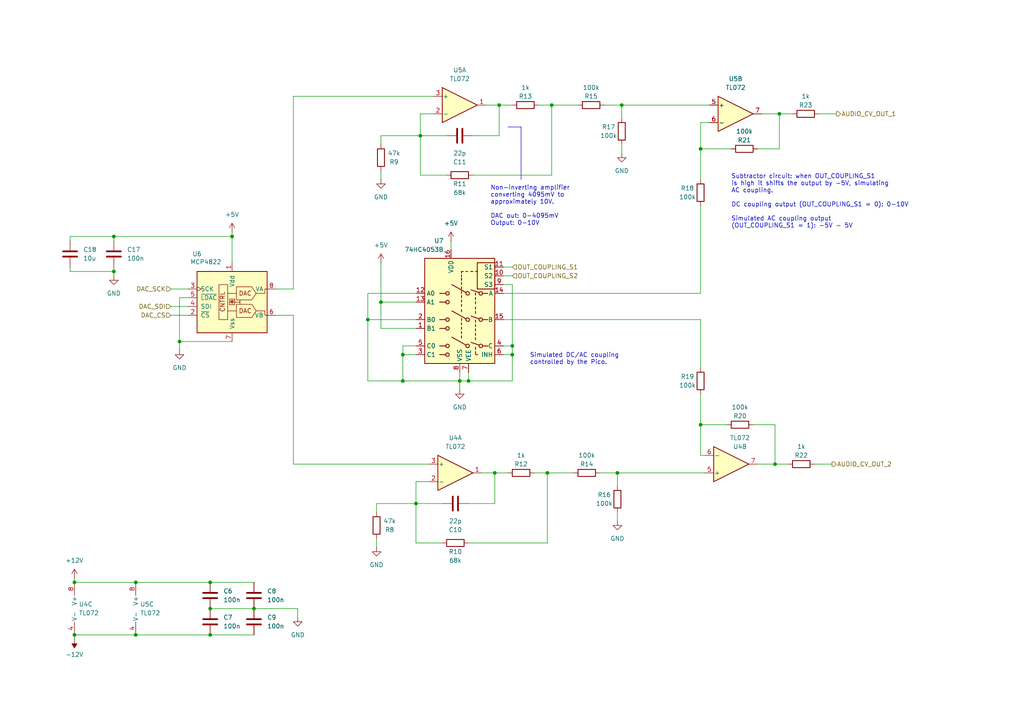
<source format=kicad_sch>
(kicad_sch (version 20250114) (generator "eeschema") (generator_version "9.0")
  (paper "A4")
  (lib_symbols
    (symbol "+5V_1" (power) (pin_numbers (hide yes)) (pin_names (offset 0) (hide yes))
      (property "Value" "+5V" (at 0 3.556 0))
      (symbol "+5V_1_0_1"
        (polyline (pts (xy -0.762 1.27) (xy 0 2.54)))
        (polyline (pts (xy 0 2.54) (xy 0.762 1.27)))
        (polyline (pts (xy 0 0) (xy 0 2.54)))
      )
      (symbol "+5V_1_1_1"
        (pin power_in line (at 0 0 90) (length 0) (name "~") (number "1"))
      )
    )
    (symbol "Amplifier_Operational:TL072" (pin_names (offset 0.127))
      (property "Reference" "U" (at 0 5.08 0))
      (property "Value" "TL072" (at 0 -5.08 0))
      (symbol "TL072_1_1"
        (polyline (pts (xy -5.08 5.08) (xy 5.08 0) (xy -5.08 -5.08) (xy -5.08 5.08)) (stroke (width 0.254)) (fill (type background)))
        (pin input line (at -7.62 2.54 0) (length 2.54) (name "+") (number "3"))
        (pin input line (at -7.62 -2.54 0) (length 2.54) (name "-") (number "2"))
        (pin output line (at 7.62 0 180) (length 2.54) (name "~") (number "1"))
      )
      (symbol "TL072_2_1"
        (polyline (pts (xy -5.08 5.08) (xy 5.08 0) (xy -5.08 -5.08) (xy -5.08 5.08)) (stroke (width 0.254)) (fill (type background)))
        (pin input line (at -7.62 2.54 0) (length 2.54) (name "+") (number "5"))
        (pin input line (at -7.62 -2.54 0) (length 2.54) (name "-") (number "6"))
        (pin output line (at 7.62 0 180) (length 2.54) (name "~") (number "7"))
      )
      (symbol "TL072_3_1"
        (pin power_in line (at -2.54 7.62 270) (length 3.81) (name "V+") (number "8"))
        (pin power_in line (at -2.54 -7.62 90) (length 3.81) (name "V-") (number "4"))
      )
    )
    (symbol "Analog_DAC:MCP4822" (pin_names (offset 1.016))
      (property "Reference" "U" (at -2.54 10.795 0))
      (property "Value" "MCP4822" (at -2.54 8.89 0))
      (symbol "MCP4822_0_0"
        (polyline (pts (xy 0 -0.889) (xy 0.508 -1.397) (xy -0.508 -1.397) (xy 0 -0.889)))
        (polyline (pts (xy 0 -1.778) (xy 0 -0.635)))
        (polyline (pts (xy 0.381 -0.889) (xy 0.508 -0.762)))
        (polyline (pts (xy 0.381 -0.889) (xy -0.381 -0.889) (xy -0.508 -1.016)))
        (rectangle (start 0.762 -0.381) (end -0.762 -2.032))
        (polyline (pts (xy 0.762 -1.27) (xy 2.286 -1.27) (xy 2.286 -0.762)))
        (polyline (pts (xy 2.286 -1.143) (xy 2.286 -1.905)))
        (polyline (pts (xy 6.985 1.27) (xy 9.525 1.27) (xy 9.525 2.54) (xy 10.16 2.54)))
        (polyline (pts (xy 6.985 -3.81) (xy 9.525 -3.81) (xy 9.525 -5.08) (xy 10.16 -5.08)))
        (text "CNTRL" (at -2.032 -4.191 900) (effects (font (size 1.27 1.27)) (justify left bottom)))
        (text "DAC" (at 3.81 1.27 0) (effects (font (size 1.27 1.27))))
        (text "DAC" (at 3.81 -3.81 0) (effects (font (size 1.27 1.27))))
      )
      (symbol "MCP4822_0_1"
        (rectangle (start -10.16 7.62) (end 10.16 -10.16) (stroke (width 0.254)) (fill (type background)))
        (rectangle (start -1.27 -6.35) (end -3.81 3.81))
        (polyline (pts (xy 1.27 1.27) (xy -1.27 1.27)))
        (polyline (pts (xy 1.27 -3.81) (xy -1.27 -3.81)))
        (polyline (pts (xy 6.985 1.27) (xy 5.715 3.175) (xy 1.27 3.175) (xy 1.27 -0.635) (xy 5.715 -0.635) (xy 6.985 1.27)))
        (polyline (pts (xy 6.985 -3.81) (xy 5.715 -1.905) (xy 1.27 -1.905) (xy 1.27 -5.715) (xy 5.715 -5.715) (xy 6.985 -3.81)))
      )
      (symbol "MCP4822_1_1"
        (pin input clock (at -12.7 2.54 0) (length 2.54) (name "SCK") (number "3"))
        (pin input line (at -12.7 0 0) (length 2.54) (name "~{LDAC}") (number "5"))
        (pin input line (at -12.7 -2.54 0) (length 2.54) (name "SDI") (number "4"))
        (pin input line (at -12.7 -5.08 0) (length 2.54) (name "~{CS}") (number "2"))
        (pin power_in line (at 0 10.16 270) (length 2.54) (name "Vdd") (number "1"))
        (pin power_in line (at 0 -12.7 90) (length 2.54) (name "Vss") (number "7"))
        (pin output line (at 12.7 2.54 180) (length 2.54) (name "VA") (number "8"))
        (pin output line (at 12.7 -5.08 180) (length 2.54) (name "VB") (number "6"))
      )
    )
    (symbol "Analog_Switch:CD4053B"
      (property "Reference" "U" (at -10.16 16.51 0))
      (property "Value" "CD4053B" (at 3.81 16.51 0))
      (symbol "CD4053B_0_1"
        (rectangle (start -10.16 15.24) (end 10.16 -15.24) (stroke (width 0.254)) (fill (type background)))
        (rectangle (start -10.16 6.35) (end -5.08 13.97) (stroke (width 0.254)))
        (polyline (pts (xy -8.128 5.08) (xy -6.604 5.08)) (stroke (width 0.254)))
        (polyline (pts (xy -8.128 -2.54) (xy -6.604 -2.54)) (stroke (width 0.254)))
        (polyline (pts (xy -8.128 -10.16) (xy -6.604 -10.16)) (stroke (width 0.254)))
        (circle (center -6.096 5.08) (radius 0.508) (stroke (width 0.254)))
        (circle (center -6.096 -2.54) (radius 0.508) (stroke (width 0.254)))
        (circle (center -6.096 -10.16) (radius 0.508) (stroke (width 0.254)))
        (polyline (pts (xy -5.588 5.334) (xy -3.302 6.096)) (stroke (width 0.254)))
        (polyline (pts (xy -5.588 -2.286) (xy -3.302 -1.524)) (stroke (width 0.254)))
        (polyline (pts (xy -5.588 -9.906) (xy -3.302 -9.144)) (stroke (width 0.254)))
        (polyline (pts (xy -4.572 11.43) (xy -5.08 11.43)) (stroke (width 0.254)))
        (polyline (pts (xy -4.572 4.572) (xy -4.572 5.207)) (stroke (width 0.254)))
        (polyline (pts (xy -4.572 3.302) (xy -4.572 3.937)) (stroke (width 0.254)))
        (polyline (pts (xy -4.572 2.032) (xy -4.572 2.667)) (stroke (width 0.254)))
        (polyline (pts (xy -4.572 0.508) (xy -4.572 1.143)) (stroke (width 0.254)))
        (polyline (pts (xy -4.572 -0.762) (xy -4.572 -0.127)) (stroke (width 0.254)))
        (polyline (pts (xy -4.572 -3.302) (xy -4.572 -2.667)) (stroke (width 0.254)))
        (polyline (pts (xy -4.572 -4.572) (xy -4.572 -3.937)) (stroke (width 0.254)))
        (polyline (pts (xy -4.572 -5.842) (xy -4.572 -5.207)) (stroke (width 0.254)))
        (polyline (pts (xy -4.572 -7.112) (xy -4.572 -6.477)) (stroke (width 0.254)))
        (polyline (pts (xy -4.572 -8.382) (xy -4.572 -7.747)) (stroke (width 0.254)))
        (polyline (pts (xy -4.572 -11.176) (xy -4.572 -10.541)) (stroke (width 0.254)))
        (polyline (pts (xy -4.572 -12.446) (xy -4.572 -11.811)) (stroke (width 0.254)))
        (polyline (pts (xy -4.572 -12.7) (xy -5.207 -12.7)) (stroke (width 0.254)))
        (polyline (pts (xy -3.81 11.43) (xy -3.175 11.43)) (stroke (width 0.254)))
        (circle (center -2.286 5.08) (radius 0.508) (stroke (width 0.254)))
        (circle (center -2.286 -2.54) (radius 0.508) (stroke (width 0.254)))
        (circle (center -2.286 -10.16) (radius 0.508) (stroke (width 0.254)))
        (polyline (pts (xy -1.778 11.43) (xy -2.286 11.43)) (stroke (width 0.254)))
        (polyline (pts (xy -1.778 5.334) (xy 2.286 7.62)) (stroke (width 0.254)))
        (polyline (pts (xy -1.778 -2.286) (xy 2.286 0)) (stroke (width 0.254)))
        (polyline (pts (xy -1.778 -9.906) (xy 2.286 -7.62)) (stroke (width 0.254)))
        (polyline (pts (xy -0.508 11.43) (xy -1.016 11.43)) (stroke (width 0.254)))
        (polyline (pts (xy -0.508 10.922) (xy -0.508 11.43)) (stroke (width 0.254)))
        (polyline (pts (xy -0.508 9.906) (xy -0.508 10.414)) (stroke (width 0.254)))
        (polyline (pts (xy -0.508 8.89) (xy -0.508 9.525)) (stroke (width 0.254)))
        (polyline (pts (xy -0.508 8.89) (xy -0.508 9.398)) (stroke (width 0.254)))
        (polyline (pts (xy -0.508 7.62) (xy -0.508 8.255)) (stroke (width 0.254)))
        (polyline (pts (xy -0.508 6.35) (xy -0.508 6.985)) (stroke (width 0.254)))
        (polyline (pts (xy -0.508 5.08) (xy -0.508 5.715)) (stroke (width 0.254)))
        (polyline (pts (xy -0.508 3.81) (xy -0.508 4.445)) (stroke (width 0.254)))
        (polyline (pts (xy -0.508 2.54) (xy -0.508 3.175)) (stroke (width 0.254)))
        (polyline (pts (xy -0.508 1.27) (xy -0.508 1.905)) (stroke (width 0.254)))
        (polyline (pts (xy -0.508 -0.254) (xy -0.508 0.381)) (stroke (width 0.254)))
        (polyline (pts (xy -0.508 -2.794) (xy -0.508 -2.159)) (stroke (width 0.254)))
        (polyline (pts (xy -0.508 -4.064) (xy -0.508 -3.429)) (stroke (width 0.254)))
        (polyline (pts (xy -0.508 -5.334) (xy -0.508 -4.699)) (stroke (width 0.254)))
        (polyline (pts (xy -0.508 -6.604) (xy -0.508 -5.969)) (stroke (width 0.254)))
        (polyline (pts (xy -0.508 -7.874) (xy -0.508 -7.239)) (stroke (width 0.254)))
        (circle (center 3.556 5.08) (radius 0.508) (stroke (width 0.254)))
        (circle (center 3.556 2.54) (radius 0.508) (stroke (width 0.254)))
        (circle (center 3.556 -2.54) (radius 0.508) (stroke (width 0.254)))
        (circle (center 3.556 -5.08) (radius 0.508) (stroke (width 0.254)))
        (circle (center 3.556 -10.16) (radius 0.508) (stroke (width 0.254)))
        (circle (center 3.556 -12.7) (radius 0.508) (stroke (width 0.254)))
        (polyline (pts (xy 4.064 5.08) (xy 5.842 5.08)) (stroke (width 0.254)))
        (polyline (pts (xy 4.064 2.54) (xy 5.842 2.54)) (stroke (width 0.254)))
        (polyline (pts (xy 4.064 -2.54) (xy 5.842 -2.54)) (stroke (width 0.254)))
        (polyline (pts (xy 4.064 -5.08) (xy 5.842 -5.08)) (stroke (width 0.254)))
        (polyline (pts (xy 4.064 -10.16) (xy 5.842 -10.16)) (stroke (width 0.254)))
        (polyline (pts (xy 4.064 -12.7) (xy 5.842 -12.7)) (stroke (width 0.254)))
      )
      (symbol "CD4053B_1_1"
        (pin input line (at -12.7 12.7 0) (length 2.54) (name "S1") (number "11"))
        (pin input line (at -12.7 10.16 0) (length 2.54) (name "S2") (number "10"))
        (pin input line (at -12.7 7.62 0) (length 2.54) (name "S3") (number "9"))
        (pin bidirectional line (at -12.7 5.08 0) (length 2.54) (name "A") (number "14"))
        (pin bidirectional line (at -12.7 -2.54 0) (length 2.54) (name "B") (number "15"))
        (pin bidirectional line (at -12.7 -10.16 0) (length 2.54) (name "C") (number "4"))
        (pin input line (at -12.7 -12.7 0) (length 2.54) (name "INH") (number "6"))
        (pin power_in line (at -2.54 -17.78 90) (length 2.54) (name "VEE") (number "7"))
        (pin power_in line (at 0 -17.78 90) (length 2.54) (name "VSS") (number "8"))
        (pin power_in line (at 2.54 17.78 270) (length 2.54) (name "VDD") (number "16"))
        (pin bidirectional line (at 12.7 5.08 180) (length 2.54) (name "A0") (number "12"))
        (pin bidirectional line (at 12.7 2.54 180) (length 2.54) (name "A1") (number "13"))
        (pin bidirectional line (at 12.7 -2.54 180) (length 2.54) (name "B0") (number "2"))
        (pin bidirectional line (at 12.7 -5.08 180) (length 2.54) (name "B1") (number "1"))
        (pin bidirectional line (at 12.7 -10.16 180) (length 2.54) (name "C0") (number "5"))
        (pin bidirectional line (at 12.7 -12.7 180) (length 2.54) (name "C1") (number "3"))
      )
    )
    (symbol "Device:C" (pin_numbers (hide yes)) (pin_names (offset 0.254))
      (property "Reference" "C" (at 0.635 2.54 0))
      (property "Value" "C" (at 0.635 -2.54 0))
      (symbol "C_0_1"
        (polyline (pts (xy -2.032 0.762) (xy 2.032 0.762)) (stroke (width 0.508)))
        (polyline (pts (xy -2.032 -0.762) (xy 2.032 -0.762)) (stroke (width 0.508)))
      )
      (symbol "C_1_1"
        (pin passive line (at 0 3.81 270) (length 2.794) (name "~") (number "1"))
        (pin passive line (at 0 -3.81 90) (length 2.794) (name "~") (number "2"))
      )
    )
    (symbol "Device:R" (pin_numbers (hide yes)) (pin_names (offset 0))
      (property "Reference" "R" (at 2.032 0 90))
      (property "Value" "R" (at 0 0 90))
      (symbol "R_0_1"
        (rectangle (start -1.016 -2.54) (end 1.016 2.54) (stroke (width 0.254)))
      )
      (symbol "R_1_1"
        (pin passive line (at 0 3.81 270) (length 1.27) (name "~") (number "1"))
        (pin passive line (at 0 -3.81 90) (length 1.27) (name "~") (number "2"))
      )
    )
    (symbol "power:+12V" (power) (pin_numbers (hide yes)) (pin_names (offset 0) (hide yes))
      (property "Value" "+12V" (at 0 3.556 0))
      (symbol "+12V_0_1"
        (polyline (pts (xy -0.762 1.27) (xy 0 2.54)))
        (polyline (pts (xy 0 2.54) (xy 0.762 1.27)))
        (polyline (pts (xy 0 0) (xy 0 2.54)))
      )
      (symbol "+12V_1_1"
        (pin power_in line (at 0 0 90) (length 0) (name "~") (number "1"))
      )
    )
    (symbol "power:-12V" (power) (pin_numbers (hide yes)) (pin_names (offset 0) (hide yes))
      (property "Value" "-12V" (at 0 3.556 0))
      (symbol "-12V_0_0"
        (pin power_in line (at 0 0 90) (length 0) (name "~") (number "1"))
      )
      (symbol "-12V_0_1"
        (polyline (pts (xy 0 0) (xy 0 1.27) (xy 0.762 1.27) (xy 0 2.54) (xy -0.762 1.27) (xy 0 1.27)) (fill (type outline)))
      )
    )
    (symbol "power:GND" (power) (pin_numbers (hide yes)) (pin_names (offset 0) (hide yes))
      (property "Value" "GND" (at 0 -3.81 0))
      (symbol "GND_0_1"
        (polyline (pts (xy 0 0) (xy 0 -1.27) (xy 1.27 -1.27) (xy 0 -2.54) (xy -1.27 -1.27) (xy 0 -1.27)))
      )
      (symbol "GND_1_1"
        (pin power_in line (at 0 0 270) (length 0) (name "~") (number "1"))
      )
    )
  )
  (text "Simulated DC/AC coupling \ncontrolled by the Pico." (at 153.67 104.14 0) (effects (font (size 1.27 1.27)) (justify left)))
  (text "Subtractor circuit: when OUT_COUPLING_S1\nis high it shifts the output by -5V, simulating\nAC coupling.\n\nDC coupling output (OUT_COUPLING_S1 = 0): 0-10V\n\nSimulated AC coupling output \n(OUT_COUPLING_S1 = 1): -5V - 5V" (at 212.09 58.42 0) (effects (font (size 1.27 1.27)) (justify left)))
  (text "Non-inverting amplifier \nconverting 4095mV to \napproximately 10V. \n\nDAC out: 0-4095mV\nOutput: 0-10V" (at 142.24 59.69 0) (effects (font (size 1.27 1.27)) (justify left)))
  (junction (at 133.35 110.49))
  (junction (at 21.59 184.15))
  (junction (at 52.07 99.06))
  (junction (at 203.2 43.18))
  (junction (at 39.37 168.91))
  (junction (at 106.68 92.71))
  (junction (at 158.75 137.16))
  (junction (at 21.59 168.91))
  (junction (at 135.89 110.49))
  (junction (at 148.59 102.87))
  (junction (at 148.59 100.33))
  (junction (at 226.06 33.02))
  (junction (at 60.96 184.15))
  (junction (at 121.92 39.37))
  (junction (at 39.37 184.15))
  (junction (at 144.78 30.48))
  (junction (at 143.51 137.16))
  (junction (at 73.66 176.53))
  (junction (at 60.96 176.53))
  (junction (at 60.96 168.91))
  (junction (at 120.65 146.05))
  (junction (at 224.79 134.62))
  (junction (at 116.84 102.87))
  (junction (at 33.02 68.58))
  (junction (at 116.84 110.49))
  (junction (at 179.07 137.16))
  (junction (at 67.31 68.58))
  (junction (at 33.02 78.74))
  (junction (at 160.02 30.48))
  (junction (at 203.2 123.19))
  (junction (at 110.49 87.63))
  (junction (at 180.34 30.48))
  (wire (pts (xy 203.2 114.3) (xy 203.2 123.19)))
  (wire (pts (xy 148.59 77.47) (xy 146.05 77.47)))
  (wire (pts (xy 60.96 176.53) (xy 73.66 176.53)))
  (wire (pts (xy 52.07 86.36) (xy 52.07 99.06)))
  (wire (pts (xy 116.84 102.87) (xy 116.84 100.33)))
  (wire (pts (xy 125.73 33.02) (xy 121.92 33.02)))
  (wire (pts (xy 148.59 80.01) (xy 146.05 80.01)))
  (wire (pts (xy 146.05 85.09) (xy 203.2 85.09)))
  (wire (pts (xy 205.74 35.56) (xy 203.2 35.56)))
  (wire (pts (xy 210.82 123.19) (xy 203.2 123.19)))
  (wire (pts (xy 49.53 88.9) (xy 54.61 88.9)))
  (wire (pts (xy 60.96 184.15) (xy 73.66 184.15)))
  (wire (pts (xy 135.89 157.48) (xy 158.75 157.48)))
  (wire (pts (xy 203.2 132.08) (xy 204.47 132.08)))
  (wire (pts (xy 116.84 100.33) (xy 120.65 100.33)))
  (wire (pts (xy 180.34 30.48) (xy 205.74 30.48)))
  (wire (pts (xy 203.2 43.18) (xy 212.09 43.18)))
  (wire (pts (xy 120.65 85.09) (xy 106.68 85.09)))
  (wire (pts (xy 67.31 68.58) (xy 67.31 76.2)))
  (wire (pts (xy 203.2 123.19) (xy 203.2 132.08)))
  (wire (pts (xy 137.16 39.37) (xy 144.78 39.37)))
  (wire (pts (xy 226.06 43.18) (xy 219.71 43.18)))
  (wire (pts (xy 121.92 39.37) (xy 129.54 39.37)))
  (wire (pts (xy 203.2 92.71) (xy 203.2 106.68)))
  (wire (pts (xy 133.35 107.95) (xy 133.35 110.49)))
  (wire (pts (xy 120.65 92.71) (xy 106.68 92.71)))
  (wire (pts (xy 219.71 134.62) (xy 224.79 134.62)))
  (wire (pts (xy 148.59 100.33) (xy 148.59 102.87)))
  (wire (pts (xy 110.49 49.53) (xy 110.49 52.07)))
  (wire (pts (xy 110.49 41.91) (xy 110.49 39.37)))
  (wire (pts (xy 106.68 85.09) (xy 106.68 92.71)))
  (polyline (pts (xy 147.32 36.83) (xy 151.13 36.83)))
  (wire (pts (xy 110.49 39.37) (xy 121.92 39.37)))
  (wire (pts (xy 179.07 151.13) (xy 179.07 148.59)))
  (wire (pts (xy 33.02 69.85) (xy 33.02 68.58)))
  (wire (pts (xy 130.81 69.85) (xy 130.81 72.39)))
  (wire (pts (xy 175.26 30.48) (xy 180.34 30.48)))
  (wire (pts (xy 226.06 33.02) (xy 226.06 43.18)))
  (wire (pts (xy 20.32 78.74) (xy 33.02 78.74)))
  (wire (pts (xy 140.97 30.48) (xy 144.78 30.48)))
  (wire (pts (xy 49.53 83.82) (xy 54.61 83.82)))
  (wire (pts (xy 156.21 30.48) (xy 160.02 30.48)))
  (wire (pts (xy 121.92 50.8) (xy 121.92 39.37)))
  (wire (pts (xy 110.49 95.25) (xy 120.65 95.25)))
  (wire (pts (xy 52.07 101.6) (xy 52.07 99.06)))
  (wire (pts (xy 179.07 137.16) (xy 204.47 137.16)))
  (wire (pts (xy 80.01 91.44) (xy 85.09 91.44)))
  (wire (pts (xy 180.34 44.45) (xy 180.34 41.91)))
  (wire (pts (xy 110.49 87.63) (xy 120.65 87.63)))
  (wire (pts (xy 54.61 86.36) (xy 52.07 86.36)))
  (wire (pts (xy 241.3 134.62) (xy 236.22 134.62)))
  (wire (pts (xy 203.2 35.56) (xy 203.2 43.18)))
  (wire (pts (xy 135.89 107.95) (xy 135.89 110.49)))
  (wire (pts (xy 160.02 30.48) (xy 167.64 30.48)))
  (wire (pts (xy 128.27 157.48) (xy 120.65 157.48)))
  (wire (pts (xy 124.46 139.7) (xy 120.65 139.7)))
  (wire (pts (xy 86.36 179.07) (xy 86.36 176.53)))
  (wire (pts (xy 133.35 110.49) (xy 133.35 113.03)))
  (wire (pts (xy 203.2 43.18) (xy 203.2 52.07)))
  (wire (pts (xy 21.59 185.42) (xy 21.59 184.15)))
  (wire (pts (xy 21.59 168.91) (xy 39.37 168.91)))
  (wire (pts (xy 148.59 110.49) (xy 148.59 102.87)))
  (wire (pts (xy 144.78 30.48) (xy 148.59 30.48)))
  (wire (pts (xy 203.2 85.09) (xy 203.2 59.69)))
  (wire (pts (xy 60.96 168.91) (xy 73.66 168.91)))
  (wire (pts (xy 85.09 27.94) (xy 85.09 83.82)))
  (wire (pts (xy 146.05 100.33) (xy 148.59 100.33)))
  (wire (pts (xy 143.51 146.05) (xy 143.51 137.16)))
  (wire (pts (xy 20.32 77.47) (xy 20.32 78.74)))
  (wire (pts (xy 86.36 176.53) (xy 73.66 176.53)))
  (wire (pts (xy 146.05 82.55) (xy 148.59 82.55)))
  (wire (pts (xy 39.37 168.91) (xy 60.96 168.91)))
  (wire (pts (xy 173.99 137.16) (xy 179.07 137.16)))
  (polyline (pts (xy 151.13 52.07) (xy 151.13 36.83)))
  (wire (pts (xy 110.49 87.63) (xy 110.49 95.25)))
  (wire (pts (xy 85.09 134.62) (xy 124.46 134.62)))
  (wire (pts (xy 33.02 78.74) (xy 33.02 77.47)))
  (wire (pts (xy 33.02 68.58) (xy 67.31 68.58)))
  (wire (pts (xy 21.59 167.64) (xy 21.59 168.91)))
  (wire (pts (xy 116.84 110.49) (xy 116.84 102.87)))
  (wire (pts (xy 242.57 33.02) (xy 237.49 33.02)))
  (wire (pts (xy 146.05 92.71) (xy 203.2 92.71)))
  (wire (pts (xy 110.49 76.2) (xy 110.49 87.63)))
  (wire (pts (xy 179.07 137.16) (xy 179.07 140.97)))
  (wire (pts (xy 106.68 110.49) (xy 116.84 110.49)))
  (wire (pts (xy 158.75 137.16) (xy 166.37 137.16)))
  (wire (pts (xy 33.02 80.01) (xy 33.02 78.74)))
  (wire (pts (xy 180.34 30.48) (xy 180.34 34.29)))
  (wire (pts (xy 224.79 123.19) (xy 224.79 134.62)))
  (wire (pts (xy 158.75 157.48) (xy 158.75 137.16)))
  (wire (pts (xy 109.22 146.05) (xy 120.65 146.05)))
  (wire (pts (xy 129.54 50.8) (xy 121.92 50.8)))
  (wire (pts (xy 120.65 139.7) (xy 120.65 146.05)))
  (wire (pts (xy 85.09 83.82) (xy 80.01 83.82)))
  (wire (pts (xy 120.65 146.05) (xy 128.27 146.05)))
  (wire (pts (xy 106.68 92.71) (xy 106.68 110.49)))
  (wire (pts (xy 135.89 146.05) (xy 143.51 146.05)))
  (wire (pts (xy 120.65 157.48) (xy 120.65 146.05)))
  (wire (pts (xy 133.35 110.49) (xy 116.84 110.49)))
  (wire (pts (xy 133.35 110.49) (xy 135.89 110.49)))
  (wire (pts (xy 154.94 137.16) (xy 158.75 137.16)))
  (wire (pts (xy 220.98 33.02) (xy 226.06 33.02)))
  (wire (pts (xy 135.89 110.49) (xy 148.59 110.49)))
  (wire (pts (xy 39.37 184.15) (xy 60.96 184.15)))
  (wire (pts (xy 85.09 91.44) (xy 85.09 134.62)))
  (wire (pts (xy 226.06 33.02) (xy 229.87 33.02)))
  (wire (pts (xy 160.02 50.8) (xy 160.02 30.48)))
  (wire (pts (xy 224.79 134.62) (xy 228.6 134.62)))
  (wire (pts (xy 109.22 148.59) (xy 109.22 146.05)))
  (wire (pts (xy 20.32 69.85) (xy 20.32 68.58)))
  (wire (pts (xy 139.7 137.16) (xy 143.51 137.16)))
  (wire (pts (xy 120.65 102.87) (xy 116.84 102.87)))
  (wire (pts (xy 52.07 99.06) (xy 67.31 99.06)))
  (wire (pts (xy 49.53 91.44) (xy 54.61 91.44)))
  (wire (pts (xy 218.44 123.19) (xy 224.79 123.19)))
  (wire (pts (xy 121.92 33.02) (xy 121.92 39.37)))
  (wire (pts (xy 109.22 156.21) (xy 109.22 158.75)))
  (wire (pts (xy 21.59 184.15) (xy 39.37 184.15)))
  (wire (pts (xy 148.59 102.87) (xy 146.05 102.87)))
  (wire (pts (xy 125.73 27.94) (xy 85.09 27.94)))
  (wire (pts (xy 67.31 67.31) (xy 67.31 68.58)))
  (wire (pts (xy 143.51 137.16) (xy 147.32 137.16)))
  (wire (pts (xy 20.32 68.58) (xy 33.02 68.58)))
  (wire (pts (xy 144.78 39.37) (xy 144.78 30.48)))
  (wire (pts (xy 137.16 50.8) (xy 160.02 50.8)))
  (wire (pts (xy 148.59 82.55) (xy 148.59 100.33)))
  (hierarchical_label "DAC_SCK" (shape input) (at 49.53 83.82 180))
  (hierarchical_label "OUT_COUPLING_S2" (shape input) (at 148.59 80.01 0))
  (hierarchical_label "OUT_COUPLING_S1" (shape input) (at 148.59 77.47 0))
  (hierarchical_label "AUDIO_CV_OUT_1" (shape output) (at 242.57 33.02 0))
  (hierarchical_label "DAC_SDI" (shape input) (at 49.53 88.9 180))
  (hierarchical_label "AUDIO_CV_OUT_2" (shape output) (at 241.3 134.62 0))
  (hierarchical_label "DAC_CS" (shape input) (at 49.53 91.44 180))
  (symbol (lib_id "Device:R") (at 203.2 55.88 0) (mirror x) (unit 1)
    (property "Reference" "R18" (at 199.39 54.61 0))
    (property "Value" "100k" (at 199.39 57.15 0))
    (property "Footprint" "Resistor_SMD:R_0603_1608Metric" (effects (hide yes)))
    (property "LCSC" "C25803" (effects (hide yes)))
    (property "Vendor" "JLCPCB" (effects (hide yes)))
    (property "CHECKED" "YES" (effects (hide yes)))
  )
  (symbol (lib_id "power:GND") (at 179.07 151.13 0) (unit 1)
    (property "Reference" "#PWR043" (effects (hide yes)))
    (property "Value" "GND" (at 179.07 156.21 0))
    (property "Description" "Power symbol creates a global label with name \"GND\" , ground" (effects (hide yes)))
  )
  (symbol (lib_id "Device:C") (at 20.32 73.66 0) (unit 1)
    (property "Reference" "C18" (at 24.13 72.3899 0) (effects (justify left)))
    (property "Value" "10u" (at 24.13 74.9299 0) (effects (justify left)))
    (property "Footprint" "Capacitor_SMD:C_0603_1608Metric" (effects (hide yes)))
    (property "LCSC" "C19702" (effects (hide yes)))
    (property "Vendor" "JLCPCB" (effects (hide yes)))
    (property "CHECKED" "YES" (effects (hide yes)))
  )
  (symbol (lib_id "Amplifier_Operational:TL072") (at 213.36 33.02 0) (unit 2)
    (property "Reference" "U5" (at 213.36 22.86 0))
    (property "Value" "TL072" (at 213.36 25.4 0))
    (property "Footprint" "Package_SO:SOIC-8_3.9x4.9mm_P1.27mm" (effects (hide yes)))
    (property "Datasheet" "http://www.ti.com/lit/ds/symlink/tl071.pdf" (effects (hide yes)))
    (property "Description" "Dual Low-Noise JFET-Input Operational Amplifiers, DIP-8/SOIC-8" (effects (hide yes)))
    (property "LCSC" "C6961" (effects (hide yes)))
    (property "Vendor" "JLCPCB" (effects (hide yes)))
    (property "CHECKED" "YES" (effects (hide yes)))
  )
  (symbol (lib_id "Device:C") (at 60.96 172.72 0) (unit 1)
    (property "Reference" "C6" (at 64.77 171.45 0) (effects (justify left)))
    (property "Value" "100n" (at 64.77 173.99 0) (effects (justify left)))
    (property "Footprint" "Capacitor_SMD:C_0603_1608Metric" (effects (hide yes)))
    (property "LCSC" "C14663" (effects (hide yes)))
    (property "Vendor" "JLCPCB" (effects (hide yes)))
    (property "CHECKED" "YES" (effects (hide yes)))
  )
  (symbol (lib_id "Device:R") (at 179.07 144.78 0) (mirror x) (unit 1)
    (property "Reference" "R16" (at 175.26 143.51 0))
    (property "Value" "100k" (at 175.26 146.05 0))
    (property "Footprint" "Resistor_SMD:R_0603_1608Metric" (effects (hide yes)))
    (property "LCSC" "C25803" (effects (hide yes)))
    (property "Vendor" "JLCPCB" (effects (hide yes)))
    (property "CHECKED" "YES" (effects (hide yes)))
  )
  (symbol (lib_id "power:GND") (at 133.35 113.03 0) (unit 1)
    (property "Reference" "#PWR049" (effects (hide yes)))
    (property "Value" "GND" (at 133.35 118.11 0))
    (property "Description" "Power symbol creates a global label with name \"GND\" , ground" (effects (hide yes)))
  )
  (symbol (lib_id "Amplifier_Operational:TL072") (at 212.09 134.62 0) (mirror x) (unit 2)
    (property "Reference" "U4" (at 214.63 129.54 0))
    (property "Value" "TL072" (at 214.63 127 0))
    (property "Footprint" "Package_SO:SOIC-8_3.9x4.9mm_P1.27mm" (effects (hide yes)))
    (property "Datasheet" "http://www.ti.com/lit/ds/symlink/tl071.pdf" (effects (hide yes)))
    (property "Description" "Dual Low-Noise JFET-Input Operational Amplifiers, DIP-8/SOIC-8" (effects (hide yes)))
    (property "LCSC" "C6961" (effects (hide yes)))
    (property "Vendor" "JLCPCB" (effects (hide yes)))
    (property "CHECKED" "YES" (effects (hide yes)))
  )
  (symbol (lib_id "Amplifier_Operational:TL072") (at 41.91 176.53 0) (unit 3)
    (property "Reference" "U5" (at 40.64 175.2599 0) (effects (justify left)))
    (property "Value" "TL072" (at 40.64 177.7999 0) (effects (justify left)))
    (property "Footprint" "Package_SO:SOIC-8_3.9x4.9mm_P1.27mm" (effects (hide yes)))
    (property "Datasheet" "http://www.ti.com/lit/ds/symlink/tl071.pdf" (effects (hide yes)))
    (property "Description" "Dual Low-Noise JFET-Input Operational Amplifiers, DIP-8/SOIC-8" (effects (hide yes)))
    (property "LCSC" "C6961" (effects (hide yes)))
    (property "Vendor" "JLCPCB" (effects (hide yes)))
    (property "CHECKED" "YES" (effects (hide yes)))
  )
  (symbol (lib_id "Device:R") (at 171.45 30.48 90) (mirror x) (unit 1)
    (property "Reference" "R15" (at 171.45 27.94 90))
    (property "Value" "100k" (at 171.45 25.4 90))
    (property "Footprint" "Resistor_SMD:R_0603_1608Metric" (effects (hide yes)))
    (property "LCSC" "C25803" (effects (hide yes)))
    (property "Vendor" "JLCPCB" (effects (hide yes)))
    (property "CHECKED" "YES" (effects (hide yes)))
  )
  (symbol (lib_id "Analog_DAC:MCP4822") (at 67.31 86.36 0) (unit 1)
    (property "Reference" "U6" (at 57.15 73.66 0))
    (property "Value" "MCP4822" (at 59.69 75.9714 0))
    (property "Footprint" "Package_SO:SOIC-8_3.9x4.9mm_P1.27mm" (effects (hide yes)))
    (property "Datasheet" "http://ww1.microchip.com/downloads/en/DeviceDoc/20002249B.pdf" (effects (hide yes)))
    (property "Vendor" "JLCPCB" (effects (hide yes)))
    (property "LCSC" "C623653" (effects (hide yes)))
    (property "CHECKED" "YES" (effects (hide yes)))
  )
  (symbol (lib_id "Device:R") (at 110.49 45.72 180) (unit 1)
    (property "Reference" "R9" (at 114.3 46.99 0))
    (property "Value" "47k" (at 114.3 44.45 0))
    (property "Footprint" "Resistor_SMD:R_0603_1608Metric" (effects (hide yes)))
    (property "LCSC" "C25819" (effects (hide yes)))
    (property "Vendor" "JLCPCB" (effects (hide yes)))
    (property "CHECKED" "YES" (effects (hide yes)))
  )
  (symbol (lib_id "power:GND") (at 180.34 44.45 0) (unit 1)
    (property "Reference" "#PWR02" (effects (hide yes)))
    (property "Value" "GND" (at 180.34 49.53 0))
    (property "Description" "Power symbol creates a global label with name \"GND\" , ground" (effects (hide yes)))
  )
  (symbol (lib_id "Amplifier_Operational:TL072") (at 133.35 30.48 0) (unit 1)
    (property "Reference" "U5" (at 133.35 20.32 0))
    (property "Value" "TL072" (at 133.35 22.86 0))
    (property "Footprint" "Package_SO:SOIC-8_3.9x4.9mm_P1.27mm" (effects (hide yes)))
    (property "Datasheet" "http://www.ti.com/lit/ds/symlink/tl071.pdf" (effects (hide yes)))
    (property "Description" "Dual Low-Noise JFET-Input Operational Amplifiers, DIP-8/SOIC-8" (effects (hide yes)))
    (property "LCSC" "C6961" (effects (hide yes)))
    (property "Vendor" "JLCPCB" (effects (hide yes)))
    (property "CHECKED" "YES" (effects (hide yes)))
  )
  (symbol (lib_id "power:-12V") (at 21.59 185.42 180) (unit 1)
    (property "Reference" "#PWR040" (effects (hide yes)))
    (property "Value" "-12V" (at 21.59 189.865 0))
    (property "Description" "Power symbol creates a global label with name \"-12V\"" (effects (hide yes)))
  )
  (symbol (lib_id "Device:R") (at 151.13 137.16 90) (mirror x) (unit 1)
    (property "Reference" "R12" (at 151.13 134.62 90))
    (property "Value" "1k" (at 151.13 132.08 90))
    (property "Footprint" "Resistor_SMD:R_0603_1608Metric" (effects (hide yes)))
    (property "LCSC" "C21190" (effects (hide yes)))
    (property "Vendor" "JLCPCB" (effects (hide yes)))
    (property "CHECKED" "YES" (effects (hide yes)))
  )
  (symbol (lib_name "+5V_1") (lib_id "power:+5V") (at 67.31 67.31 0) (unit 1)
    (property "Reference" "#PWR042" (effects (hide yes)))
    (property "Value" "+5V" (at 67.31 62.23 0))
    (property "Description" "Power symbol creates a global label with name \"+5V\"" (effects (hide yes)))
  )
  (symbol (lib_id "Device:R") (at 232.41 134.62 90) (mirror x) (unit 1)
    (property "Reference" "R22" (at 232.41 132.08 90))
    (property "Value" "1k" (at 232.41 129.54 90))
    (property "Footprint" "Resistor_SMD:R_0603_1608Metric" (effects (hide yes)))
    (property "LCSC" "C21190" (effects (hide yes)))
    (property "Vendor" "JLCPCB" (effects (hide yes)))
    (property "CHECKED" "YES" (effects (hide yes)))
  )
  (symbol (lib_id "Device:R") (at 152.4 30.48 90) (mirror x) (unit 1)
    (property "Reference" "R13" (at 152.4 27.94 90))
    (property "Value" "1k" (at 152.4 25.4 90))
    (property "Footprint" "Resistor_SMD:R_0603_1608Metric" (effects (hide yes)))
    (property "LCSC" "C21190" (effects (hide yes)))
    (property "Vendor" "JLCPCB" (effects (hide yes)))
    (property "CHECKED" "YES" (effects (hide yes)))
  )
  (symbol (lib_id "Device:C") (at 133.35 39.37 90) (mirror x) (unit 1)
    (property "Reference" "C11" (at 133.35 46.99 90))
    (property "Value" "22p" (at 133.35 44.45 90))
    (property "Footprint" "Capacitor_SMD:C_0603_1608Metric" (effects (hide yes)))
    (property "LCSC" "C1653" (effects (hide yes)))
    (property "Vendor" "JLCPCB" (effects (hide yes)))
    (property "CHECKED" "YES" (effects (hide yes)))
  )
  (symbol (lib_id "Device:R") (at 132.08 157.48 90) (unit 1)
    (property "Reference" "R10" (at 132.08 160.02 90))
    (property "Value" "68k" (at 132.08 162.56 90))
    (property "Footprint" "Resistor_SMD:R_0603_1608Metric" (effects (hide yes)))
    (property "LCSC" "C23231" (effects (hide yes)))
    (property "Vendor" "JLCPCB" (effects (hide yes)))
    (property "CHECKED" "YES" (effects (hide yes)))
  )
  (symbol (lib_id "power:GND") (at 52.07 101.6 0) (unit 1)
    (property "Reference" "#PWR032" (effects (hide yes)))
    (property "Value" "GND" (at 52.07 106.68 0))
    (property "Description" "Power symbol creates a global label with name \"GND\" , ground" (effects (hide yes)))
  )
  (symbol (lib_id "Amplifier_Operational:TL072") (at 24.13 176.53 0) (unit 3)
    (property "Reference" "U4" (at 22.86 175.2599 0) (effects (justify left)))
    (property "Value" "TL072" (at 22.86 177.7999 0) (effects (justify left)))
    (property "Footprint" "Package_SO:SOIC-8_3.9x4.9mm_P1.27mm" (effects (hide yes)))
    (property "Datasheet" "http://www.ti.com/lit/ds/symlink/tl071.pdf" (effects (hide yes)))
    (property "Description" "Dual Low-Noise JFET-Input Operational Amplifiers, DIP-8/SOIC-8" (effects (hide yes)))
    (property "LCSC" "C6961" (effects (hide yes)))
    (property "Vendor" "JLCPCB" (effects (hide yes)))
    (property "CHECKED" "YES" (effects (hide yes)))
  )
  (symbol (lib_id "power:+12V") (at 21.59 167.64 0) (unit 1)
    (property "Reference" "#PWR039" (effects (hide yes)))
    (property "Value" "+12V" (at 21.59 162.56 0))
    (property "Description" "Power symbol creates a global label with name \"+12V\"" (effects (hide yes)))
  )
  (symbol (lib_id "Device:C") (at 33.02 73.66 0) (unit 1)
    (property "Reference" "C17" (at 36.83 72.39 0) (effects (justify left)))
    (property "Value" "100n" (at 36.83 74.93 0) (effects (justify left)))
    (property "Footprint" "Capacitor_SMD:C_0603_1608Metric" (effects (hide yes)))
    (property "LCSC" "C14663" (effects (hide yes)))
    (property "Vendor" "JLCPCB" (effects (hide yes)))
    (property "CHECKED" "YES" (effects (hide yes)))
  )
  (symbol (lib_id "Device:R") (at 133.35 50.8 90) (unit 1)
    (property "Reference" "R11" (at 133.35 53.34 90))
    (property "Value" "68k" (at 133.35 55.88 90))
    (property "Footprint" "Resistor_SMD:R_0603_1608Metric" (effects (hide yes)))
    (property "LCSC" "C23231" (effects (hide yes)))
    (property "Vendor" "JLCPCB" (effects (hide yes)))
    (property "CHECKED" "YES" (effects (hide yes)))
  )
  (symbol (lib_id "Device:R") (at 214.63 123.19 90) (mirror x) (unit 1)
    (property "Reference" "R20" (at 214.63 120.65 90))
    (property "Value" "100k" (at 214.63 118.11 90))
    (property "Footprint" "Resistor_SMD:R_0603_1608Metric" (effects (hide yes)))
    (property "LCSC" "C25803" (effects (hide yes)))
    (property "Vendor" "JLCPCB" (effects (hide yes)))
    (property "CHECKED" "YES" (effects (hide yes)))
  )
  (symbol (lib_id "Device:R") (at 203.2 110.49 0) (mirror x) (unit 1)
    (property "Reference" "R19" (at 199.39 109.22 0))
    (property "Value" "100k" (at 199.39 111.76 0))
    (property "Footprint" "Resistor_SMD:R_0603_1608Metric" (effects (hide yes)))
    (property "LCSC" "C25803" (effects (hide yes)))
    (property "Vendor" "JLCPCB" (effects (hide yes)))
    (property "CHECKED" "YES" (effects (hide yes)))
  )
  (symbol (lib_id "Device:R") (at 233.68 33.02 90) (mirror x) (unit 1)
    (property "Reference" "R23" (at 233.68 30.48 90))
    (property "Value" "1k" (at 233.68 27.94 90))
    (property "Footprint" "Resistor_SMD:R_0603_1608Metric" (effects (hide yes)))
    (property "LCSC" "C21190" (effects (hide yes)))
    (property "Vendor" "JLCPCB" (effects (hide yes)))
    (property "CHECKED" "YES" (effects (hide yes)))
  )
  (symbol (lib_id "Amplifier_Operational:TL072") (at 132.08 137.16 0) (unit 1)
    (property "Reference" "U4" (at 132.08 127 0))
    (property "Value" "TL072" (at 132.08 129.54 0))
    (property "Footprint" "Package_SO:SOIC-8_3.9x4.9mm_P1.27mm" (effects (hide yes)))
    (property "Datasheet" "http://www.ti.com/lit/ds/symlink/tl071.pdf" (effects (hide yes)))
    (property "Description" "Dual Low-Noise JFET-Input Operational Amplifiers, DIP-8/SOIC-8" (effects (hide yes)))
    (property "LCSC" "C6961" (effects (hide yes)))
    (property "Vendor" "JLCPCB" (effects (hide yes)))
    (property "CHECKED" "YES" (effects (hide yes)))
  )
  (symbol (lib_id "Device:R") (at 170.18 137.16 90) (mirror x) (unit 1)
    (property "Reference" "R14" (at 170.18 134.62 90))
    (property "Value" "100k" (at 170.18 132.08 90))
    (property "Footprint" "Resistor_SMD:R_0603_1608Metric" (effects (hide yes)))
    (property "LCSC" "C25803" (effects (hide yes)))
    (property "Vendor" "JLCPCB" (effects (hide yes)))
    (property "CHECKED" "YES" (effects (hide yes)))
  )
  (symbol (lib_id "Device:C") (at 73.66 172.72 0) (unit 1)
    (property "Reference" "C8" (at 77.47 171.45 0) (effects (justify left)))
    (property "Value" "100n" (at 77.47 173.99 0) (effects (justify left)))
    (property "Footprint" "Capacitor_SMD:C_0603_1608Metric" (effects (hide yes)))
    (property "LCSC" "C14663" (effects (hide yes)))
    (property "Vendor" "JLCPCB" (effects (hide yes)))
    (property "CHECKED" "YES" (effects (hide yes)))
  )
  (symbol (lib_name "+5V_1") (lib_id "power:+5V") (at 110.49 76.2 0) (mirror y) (unit 1)
    (property "Reference" "#PWR047" (effects (hide yes)))
    (property "Value" "+5V" (at 110.49 71.12 0))
    (property "Description" "Power symbol creates a global label with name \"+5V\"" (effects (hide yes)))
  )
  (symbol (lib_id "power:GND") (at 110.49 52.07 0) (unit 1)
    (property "Reference" "#PWR014" (effects (hide yes)))
    (property "Value" "GND" (at 110.49 57.15 0))
    (property "Description" "Power symbol creates a global label with name \"GND\" , ground" (effects (hide yes)))
  )
  (symbol (lib_id "Analog_Switch:CD4053B") (at 133.35 90.17 0) (mirror y) (unit 1)
    (property "Reference" "U7" (at 128.6667 69.85 0) (effects (justify left)))
    (property "Value" "74HC4053B" (at 128.6667 72.39 0) (effects (justify left)))
    (property "Footprint" "Package_SO:SOIC-16_3.9x9.9mm_P1.27mm" (effects (hide yes)))
    (property "Datasheet" "http://www.ti.com/lit/ds/symlink/cd4052b.pdf" (effects (hide yes)))
    (property "Description" "CMOS triple 2-channel analog multiplexer/demultiplexer, TSSOP-16/DIP-16/SOIC-16" (effects (hide yes)))
    (property "LCSC" "C5647" (effects (hide yes)))
    (property "Vendor" "JLCPCB" (effects (hide yes)))
    (property "CHECKED" "YES" (effects (hide yes)))
  )
  (symbol (lib_name "+5V_1") (lib_id "power:+5V") (at 130.81 69.85 0) (mirror y) (unit 1)
    (property "Reference" "#PWR048" (effects (hide yes)))
    (property "Value" "+5V" (at 130.81 64.77 0))
    (property "Description" "Power symbol creates a global label with name \"+5V\"" (effects (hide yes)))
  )
  (symbol (lib_id "Device:C") (at 132.08 146.05 90) (mirror x) (unit 1)
    (property "Reference" "C10" (at 132.08 153.67 90))
    (property "Value" "22p" (at 132.08 151.13 90))
    (property "Footprint" "Capacitor_SMD:C_0603_1608Metric" (effects (hide yes)))
    (property "LCSC" "C1653" (effects (hide yes)))
    (property "Vendor" "JLCPCB" (effects (hide yes)))
    (property "CHECKED" "YES" (effects (hide yes)))
  )
  (symbol (lib_id "Device:R") (at 109.22 152.4 180) (unit 1)
    (property "Reference" "R8" (at 113.03 153.67 0))
    (property "Value" "47k" (at 113.03 151.13 0))
    (property "Footprint" "Resistor_SMD:R_0603_1608Metric" (effects (hide yes)))
    (property "LCSC" "C25819" (effects (hide yes)))
    (property "Vendor" "JLCPCB" (effects (hide yes)))
    (property "CHECKED" "YES" (effects (hide yes)))
  )
  (symbol (lib_id "Device:C") (at 60.96 180.34 0) (unit 1)
    (property "Reference" "C7" (at 64.77 179.07 0) (effects (justify left)))
    (property "Value" "100n" (at 64.77 181.61 0) (effects (justify left)))
    (property "Footprint" "Capacitor_SMD:C_0603_1608Metric" (effects (hide yes)))
    (property "LCSC" "C14663" (effects (hide yes)))
    (property "Vendor" "JLCPCB" (effects (hide yes)))
    (property "CHECKED" "YES" (effects (hide yes)))
  )
  (symbol (lib_id "power:GND") (at 86.36 179.07 0) (unit 1)
    (property "Reference" "#PWR041" (effects (hide yes)))
    (property "Value" "GND" (at 86.36 184.15 0))
    (property "Description" "Power symbol creates a global label with name \"GND\" , ground" (effects (hide yes)))
  )
  (symbol (lib_id "Device:C") (at 73.66 180.34 0) (unit 1)
    (property "Reference" "C9" (at 77.47 179.07 0) (effects (justify left)))
    (property "Value" "100n" (at 77.47 181.61 0) (effects (justify left)))
    (property "Footprint" "Capacitor_SMD:C_0603_1608Metric" (effects (hide yes)))
    (property "LCSC" "C14663" (effects (hide yes)))
    (property "Vendor" "JLCPCB" (effects (hide yes)))
    (property "CHECKED" "YES" (effects (hide yes)))
  )
  (symbol (lib_id "power:GND") (at 33.02 80.01 0) (unit 1)
    (property "Reference" "#PWR066" (effects (hide yes)))
    (property "Value" "GND" (at 33.02 85.09 0))
    (property "Description" "Power symbol creates a global label with name \"GND\" , ground" (effects (hide yes)))
  )
  (symbol (lib_id "power:GND") (at 109.22 158.75 0) (unit 1)
    (property "Reference" "#PWR034" (effects (hide yes)))
    (property "Value" "GND" (at 109.22 163.83 0))
    (property "Description" "Power symbol creates a global label with name \"GND\" , ground" (effects (hide yes)))
  )
  (symbol (lib_id "Device:R") (at 180.34 38.1 0) (mirror x) (unit 1)
    (property "Reference" "R17" (at 176.53 36.83 0))
    (property "Value" "100k" (at 176.53 39.37 0))
    (property "Footprint" "Resistor_SMD:R_0603_1608Metric" (effects (hide yes)))
    (property "LCSC" "C25803" (effects (hide yes)))
    (property "Vendor" "JLCPCB" (effects (hide yes)))
    (property "CHECKED" "YES" (effects (hide yes)))
  )
  (symbol (lib_id "Device:R") (at 215.9 43.18 90) (mirror x) (unit 1)
    (property "Reference" "R21" (at 215.9 40.64 90))
    (property "Value" "100k" (at 215.9 38.1 90))
    (property "Footprint" "Resistor_SMD:R_0603_1608Metric" (effects (hide yes)))
    (property "LCSC" "C25803" (effects (hide yes)))
    (property "Vendor" "JLCPCB" (effects (hide yes)))
    (property "CHECKED" "YES" (effects (hide yes)))
  )
)
</source>
